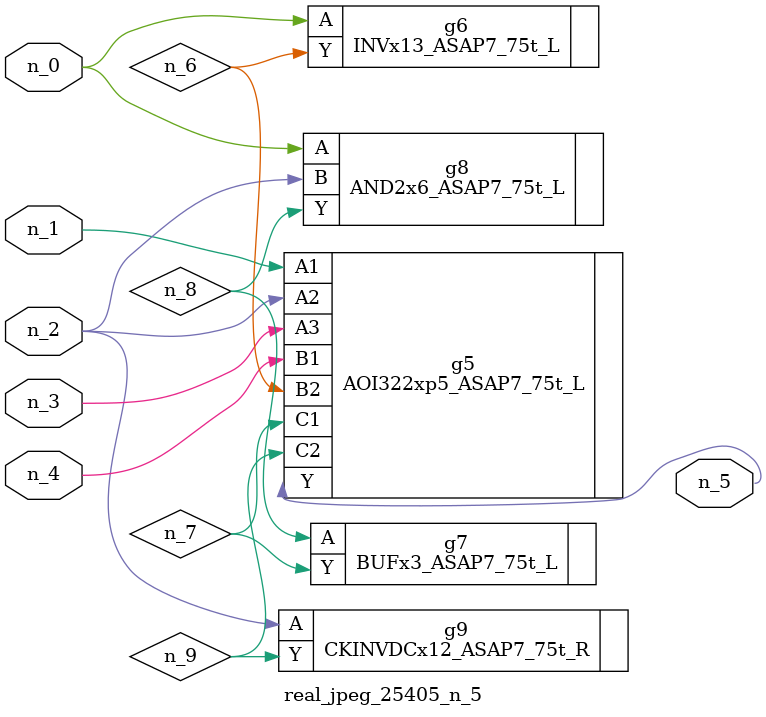
<source format=v>
module real_jpeg_25405_n_5 (n_4, n_0, n_1, n_2, n_3, n_5);

input n_4;
input n_0;
input n_1;
input n_2;
input n_3;

output n_5;

wire n_8;
wire n_6;
wire n_7;
wire n_9;

INVx13_ASAP7_75t_L g6 ( 
.A(n_0),
.Y(n_6)
);

AND2x6_ASAP7_75t_L g8 ( 
.A(n_0),
.B(n_2),
.Y(n_8)
);

AOI322xp5_ASAP7_75t_L g5 ( 
.A1(n_1),
.A2(n_2),
.A3(n_3),
.B1(n_4),
.B2(n_6),
.C1(n_7),
.C2(n_9),
.Y(n_5)
);

CKINVDCx12_ASAP7_75t_R g9 ( 
.A(n_2),
.Y(n_9)
);

BUFx3_ASAP7_75t_L g7 ( 
.A(n_8),
.Y(n_7)
);


endmodule
</source>
